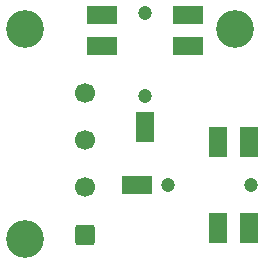
<source format=gbr>
%TF.GenerationSoftware,KiCad,Pcbnew,(6.0.8)*%
%TF.CreationDate,2022-11-26T11:36:34-06:00*%
%TF.ProjectId,connector-joint,636f6e6e-6563-4746-9f72-2d6a6f696e74,rev?*%
%TF.SameCoordinates,Original*%
%TF.FileFunction,Soldermask,Top*%
%TF.FilePolarity,Negative*%
%FSLAX46Y46*%
G04 Gerber Fmt 4.6, Leading zero omitted, Abs format (unit mm)*
G04 Created by KiCad (PCBNEW (6.0.8)) date 2022-11-26 11:36:34*
%MOMM*%
%LPD*%
G01*
G04 APERTURE LIST*
G04 Aperture macros list*
%AMRoundRect*
0 Rectangle with rounded corners*
0 $1 Rounding radius*
0 $2 $3 $4 $5 $6 $7 $8 $9 X,Y pos of 4 corners*
0 Add a 4 corners polygon primitive as box body*
4,1,4,$2,$3,$4,$5,$6,$7,$8,$9,$2,$3,0*
0 Add four circle primitives for the rounded corners*
1,1,$1+$1,$2,$3*
1,1,$1+$1,$4,$5*
1,1,$1+$1,$6,$7*
1,1,$1+$1,$8,$9*
0 Add four rect primitives between the rounded corners*
20,1,$1+$1,$2,$3,$4,$5,0*
20,1,$1+$1,$4,$5,$6,$7,0*
20,1,$1+$1,$6,$7,$8,$9,0*
20,1,$1+$1,$8,$9,$2,$3,0*%
G04 Aperture macros list end*
%ADD10C,1.200000*%
%ADD11R,2.500000X1.500000*%
%ADD12R,1.500000X2.500000*%
%ADD13RoundRect,0.250000X0.600000X-0.600000X0.600000X0.600000X-0.600000X0.600000X-0.600000X-0.600000X0*%
%ADD14C,1.700000*%
%ADD15C,3.200000*%
G04 APERTURE END LIST*
D10*
%TO.C,J3*%
X167640000Y-93940000D03*
X167640000Y-100940000D03*
D11*
X171265000Y-94040000D03*
D12*
X167640000Y-103540000D03*
D11*
X171265000Y-96740000D03*
X164015000Y-94040000D03*
X164015000Y-96740000D03*
%TD*%
D13*
%TO.C,J2*%
X162560000Y-112680000D03*
D14*
X162560000Y-108680000D03*
X162560000Y-104680000D03*
X162560000Y-100680000D03*
%TD*%
D15*
%TO.C,H3*%
X157480000Y-113030000D03*
%TD*%
%TO.C,H1*%
X175260000Y-95250000D03*
%TD*%
%TO.C,H2*%
X157480000Y-95250000D03*
%TD*%
D10*
%TO.C,J1*%
X169570000Y-108458000D03*
X176570000Y-108458000D03*
D12*
X176470000Y-112083000D03*
D11*
X166970000Y-108458000D03*
D12*
X173770000Y-112083000D03*
X176470000Y-104833000D03*
X173770000Y-104833000D03*
%TD*%
M02*

</source>
